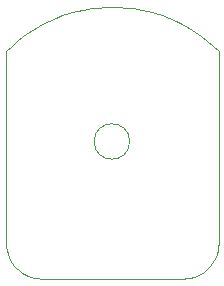
<source format=gbr>
%TF.GenerationSoftware,KiCad,Pcbnew,(5.1.10)-1*%
%TF.CreationDate,2021-10-06T18:31:44-05:00*%
%TF.ProjectId,BYTE_FSR,42595445-5f46-4535-922e-6b696361645f,rev?*%
%TF.SameCoordinates,Original*%
%TF.FileFunction,Profile,NP*%
%FSLAX46Y46*%
G04 Gerber Fmt 4.6, Leading zero omitted, Abs format (unit mm)*
G04 Created by KiCad (PCBNEW (5.1.10)-1) date 2021-10-06 18:31:44*
%MOMM*%
%LPD*%
G01*
G04 APERTURE LIST*
%TA.AperFunction,Profile*%
%ADD10C,0.100000*%
%TD*%
%TA.AperFunction,Profile*%
%ADD11C,0.120000*%
%TD*%
G04 APERTURE END LIST*
D10*
%TO.C,J1*%
X135360000Y-83240000D02*
X135360000Y-99490000D01*
X135360000Y-99490000D02*
X135344510Y-99796730D01*
X135344510Y-99796730D02*
X135299050Y-100094600D01*
X135299050Y-100094600D02*
X135225130Y-100382110D01*
X135225130Y-100382110D02*
X135124250Y-100657740D01*
X135124250Y-100657740D02*
X134997920Y-100919980D01*
X134997920Y-100919980D02*
X134847650Y-101167300D01*
X134847650Y-101167300D02*
X134674950Y-101398300D01*
X134674950Y-101398300D02*
X134481320Y-101611300D01*
X134481320Y-101611300D02*
X134268280Y-101804900D01*
X134268280Y-101804900D02*
X134037330Y-101977600D01*
X134037330Y-101977600D02*
X133789980Y-102127900D01*
X133789980Y-102127900D02*
X133527740Y-102254200D01*
X133527740Y-102254200D02*
X133252110Y-102355100D01*
X133252110Y-102355100D02*
X132964600Y-102429100D01*
X132964600Y-102429100D02*
X132666730Y-102474500D01*
X132666730Y-102474500D02*
X132360000Y-102490000D01*
X132360000Y-102490000D02*
X120360000Y-102490000D01*
X120360000Y-102490000D02*
X120053270Y-102474500D01*
X120053270Y-102474500D02*
X119755400Y-102429100D01*
X119755400Y-102429100D02*
X119467890Y-102355100D01*
X119467890Y-102355100D02*
X119192260Y-102254200D01*
X119192260Y-102254200D02*
X118930020Y-102127900D01*
X118930020Y-102127900D02*
X118682670Y-101977600D01*
X118682670Y-101977600D02*
X118451720Y-101804900D01*
X118451720Y-101804900D02*
X118238680Y-101611300D01*
X118238680Y-101611300D02*
X118045050Y-101398300D01*
X118045050Y-101398300D02*
X117872350Y-101167300D01*
X117872350Y-101167300D02*
X117722080Y-100919980D01*
X117722080Y-100919980D02*
X117595750Y-100657740D01*
X117595750Y-100657740D02*
X117494870Y-100382110D01*
X117494870Y-100382110D02*
X117420950Y-100094600D01*
X117420950Y-100094600D02*
X117375490Y-99796730D01*
X117375490Y-99796730D02*
X117360000Y-99490000D01*
X117360000Y-99490000D02*
X117360000Y-83240000D01*
X117360000Y-83240000D02*
X117833810Y-82785900D01*
X117833810Y-82785900D02*
X118324780Y-82361090D01*
X118324780Y-82361090D02*
X118831780Y-81965590D01*
X118831780Y-81965590D02*
X119353650Y-81599380D01*
X119353650Y-81599380D02*
X119889260Y-81262460D01*
X119889260Y-81262460D02*
X120437450Y-80954800D01*
X120437450Y-80954800D02*
X120997090Y-80676500D01*
X120997090Y-80676500D02*
X121567030Y-80427500D01*
X121567030Y-80427500D02*
X122146130Y-80207800D01*
X122146130Y-80207800D02*
X122733230Y-80017300D01*
X122733230Y-80017300D02*
X123327200Y-79856200D01*
X123327200Y-79856200D02*
X123926890Y-79724400D01*
X123926890Y-79724400D02*
X124531170Y-79621800D01*
X124531170Y-79621800D02*
X125138870Y-79548600D01*
X125138870Y-79548600D02*
X125748863Y-79504600D01*
X125748863Y-79504600D02*
X126360000Y-79490000D01*
X126360000Y-79490000D02*
X126971137Y-79504600D01*
X126971137Y-79504600D02*
X127581130Y-79548600D01*
X127581130Y-79548600D02*
X128188830Y-79621800D01*
X128188830Y-79621800D02*
X128793110Y-79724400D01*
X128793110Y-79724400D02*
X129392800Y-79856200D01*
X129392800Y-79856200D02*
X129986770Y-80017300D01*
X129986770Y-80017300D02*
X130573870Y-80207800D01*
X130573870Y-80207800D02*
X131152970Y-80427500D01*
X131152970Y-80427500D02*
X131722910Y-80676500D01*
X131722910Y-80676500D02*
X132282550Y-80954800D01*
X132282550Y-80954800D02*
X132830740Y-81262460D01*
X132830740Y-81262460D02*
X133366350Y-81599380D01*
X133366350Y-81599380D02*
X133888220Y-81965590D01*
X133888220Y-81965590D02*
X134395220Y-82361090D01*
X134395220Y-82361090D02*
X134886190Y-82785900D01*
X134886190Y-82785900D02*
X135360000Y-83240000D01*
X135360000Y-83240000D02*
X135360000Y-83240000D01*
X135360000Y-83240000D02*
X135360000Y-83240000D01*
D11*
X127830000Y-90880540D02*
G75*
G03*
X127830000Y-90880540I-1500000J0D01*
G01*
%TD*%
M02*

</source>
